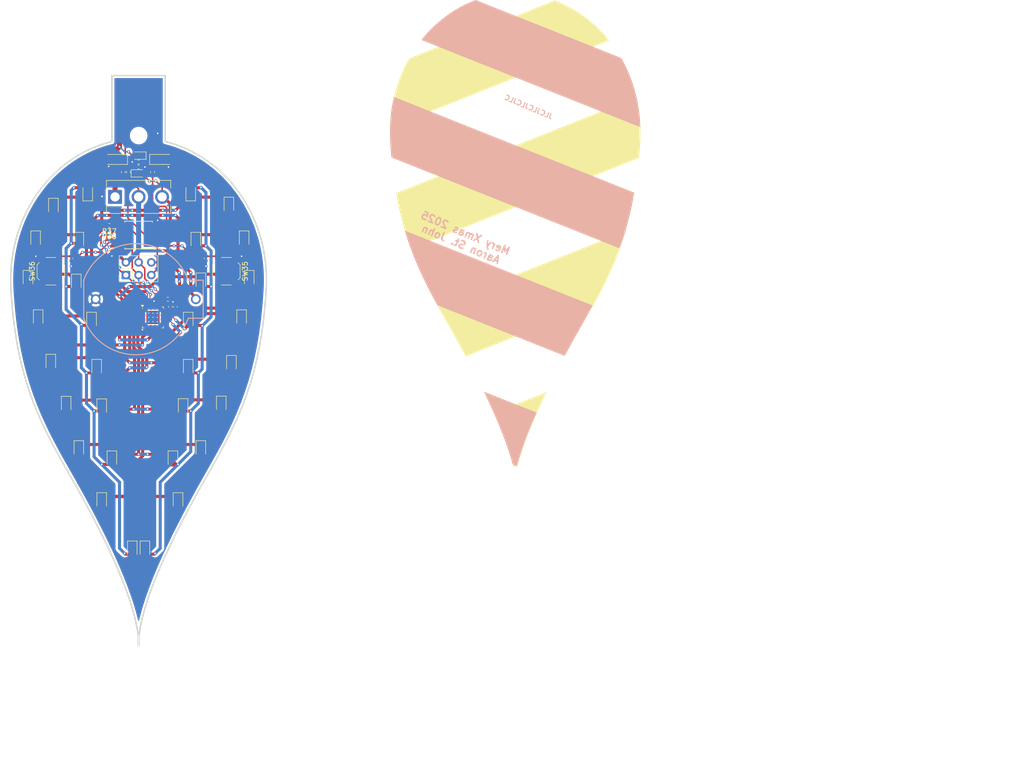
<source format=kicad_pcb>
(kicad_pcb (version 20241229) (generator "pcbnew") (generator_version "9.0")
  (layers (0 "F.Cu" signal) (2 "B.Cu" signal) (13 "F.Paste" user) (15 "B.Paste" user) (5 "F.SilkS" user "F.Silkscreen") (7 "B.SilkS" user "B.Silkscreen") (1 "F.Mask" user) (3 "B.Mask" user) (25 "Edge.Cuts" user))
  (net 0 "")
  (net 1 "Net-(BT1-+)")
  (net 2 "GND")
  (net 3 "VCC")
  (net 4 "Net-(D1-K)")
  (net 5 "Net-(D2-K)")
  (net 6 "VBUS")
  (net 7 "/PB5")
  (net 8 "/PB2")
  (net 9 "/PB1")
  (net 10 "/PB0")
  (net 11 "/PB3")
  (net 12 "/PB4")
  (net 13 "Net-(D35-A)")
  (net 14 "Net-(D35-K)")
  (net 15 "Net-(D36-A)")
  (net 16 "Net-(D37-A)")
  (net 17 "Net-(D38-A)")
  (net 18 "Net-(D39-K)")
  (net 19 "Net-(D43-K)")
  (net 20 "Net-(D47-K)")
  (net 21 "Net-(D51-K)")
  (net 22 "Net-(D55-K)")
  (net 23 "Net-(D59-K)")
  (net 24 "Net-(D63-K)")
  (net 25 "Net-(U7-ISET)")
  (net 38 "Net-(D67-K)")
  (net 39 "Net-(D68-K)")
  (footprint "Library:C_0402_1005Metric" (layer "F.Cu") (at 109.728 79.474 -90)
    (property "Reference" "C35" (hide yes))
    (property "Value" "0.1u")
  )
  (footprint "Library:SW_Push_1P1T_XKB_TS-1187A" (layer "F.Cu") (at 78.74 82.042 90)
    (property "Reference" "SW36")
    (property "Value" "SW_SPST")
  )
  (footprint "Library:R_0402_1005Metric" (layer "F.Cu") (at 99.06 62.23 -90)
    (property "Reference" "R2" (hide yes))
    (property "Value" "68")
  )
  (footprint "Library:LED_0805_2012Metric" (layer "F.Cu") (at 106.68 66.294 90)
    (property "Reference" "D64" (hide yes))
    (property "Value" "LED")
  )
  (footprint "Library:LED_0805_2012Metric" (layer "F.Cu") (at 84.328 117.602 -90)
    (property "Reference" "D42" (hide yes))
    (property "Value" "LED")
  )
  (footprint "Library:LED_0805_2012Metric" (layer "F.Cu") (at 76.2 91.44 -90)
    (property "Reference" "D54" (hide yes))
    (property "Value" "LED")
  )
  (footprint "Library:LED_0805_2012Metric" (layer "F.Cu") (at 118.364 83.566 -90)
    (property "Reference" "D55" (hide yes))
    (property "Value" "LED")
  )
  (footprint "Library:LED_0805_2012Metric" (layer "F.Cu") (at 116.84 91.44 -90)
    (property "Reference" "D51" (hide yes))
    (property "Value" "LED")
  )
  (footprint "Library:LED_0805_2012Metric" (layer "F.Cu") (at 97.536 137.6425 -90)
    (property "Reference" "D36" (hide yes))
    (property "Value" "LED")
  )
  (footprint "Library:R_0402_1005Metric" (layer "F.Cu") (at 93.218 62.23 -90)
    (property "Reference" "R1" (hide yes))
    (property "Value" "68")
  )
  (footprint "Library:C_0402_1005Metric" (layer "F.Cu") (at 103.632 89.154 90)
    (property "Reference" "C7" (hide yes))
    (property "Value" "1uf")
  )
  (footprint "Library:R_0402_1005Metric" (layer "F.Cu") (at 96.266 60.198)
    (property "Reference" "R38" (hide yes))
    (property "Value" "120")
  )
  (footprint "Library:LED_0805_2012Metric" (layer "F.Cu") (at 104.14 127.9905 -90)
    (property "Reference" "D35" (hide yes))
    (property "Value" "LED")
  )
  (footprint "Library:R_0402_1005Metric" (layer "F.Cu") (at 96.266 61.214 180)
    (property "Reference" "R39" (hide yes))
    (property "Value" "330")
  )
  (footprint "Library:R_0402_1005Metric" (layer "F.Cu") (at 94.234 62.23 -90)
    (property "Reference" "R3" (hide yes))
    (property "Value" "1.5k")
  )
  (footprint "Library:LED_0805_2012Metric" (layer "F.Cu") (at 74.168 83.566 -90)
    (property "Reference" "D58" (hide yes))
    (property "Value" "LED")
  )
  (footprint "Library:C_0402_1005Metric" (layer "F.Cu") (at 102.616 89.154 -90)
    (property "Reference" "C6" (hide yes))
    (property "Value" "0.1u")
  )
  (footprint "Library:D_SOD-123" (layer "F.Cu") (at 91.694 59.69 180)
    (property "Reference" "D2" (hide yes))
    (property "Value" "3.6v")
  )
  (footprint "Library:LED_0805_2012Metric" (layer "F.Cu") (at 107.696 75.946 -90)
    (property "Reference" "D60" (hide yes))
    (property "Value" "LED")
  )
  (footprint "Library:QFN-32-1EP_4x4mm_P0.4mm_EP2.65x2.65mm_ThermalVias" (layer "F.Cu") (at 99.143 91.269)
    (property "Reference" "U7" (hide yes))
    (property "Value" "IS31FL3729")
  )
  (footprint "Library:LED_0805_2012Metric" (layer "F.Cu") (at 78.74 100.33 -90)
    (property "Reference" "D50" (hide yes))
    (property "Value" "LED")
  )
  (footprint "Library:LED_0805_2012Metric" (layer "F.Cu") (at 81.788 108.7375 -90)
    (property "Reference" "D46" (hide yes))
    (property "Value" "LED")
  )
  (footprint "Library:LED_0805_2012Metric" (layer "F.Cu") (at 79.248 69.1405 -90)
    (property "Reference" "D66" (hide yes))
    (property "Value" "LED")
  )
  (footprint "Library:R_0402_1005Metric" (layer "F.Cu") (at 90.424 72.898 180)
    (property "Reference" "R37")
    (property "Value" "10k")
  )
  (footprint "Library:LED_0805_2012Metric" (layer "F.Cu") (at 106.172 91.9225 -90)
    (property "Reference" "D52" (hide yes))
    (property "Value" "LED")
  )
  (footprint "Library:LED_0805_2012Metric" (layer "F.Cu") (at 86.106 66.294 90)
    (property "Reference" "D65" (hide yes))
    (property "Value" "LED")
  )
  (footprint "Library:LED_0805_2012Metric" (layer "F.Cu") (at 94.996 137.6425 -90)
    (property "Reference" "D37" (hide yes))
    (property "Value" "LED")
  )
  (footprint "Library:LED_0805_2012Metric" (layer "F.Cu") (at 106.172 101.346 -90)
    (property "Reference" "D48" (hide yes))
    (property "Value" "LED")
  )
  (footprint "Library:LED_0603_1608Metric" (layer "F.Cu") (at 96.266 62.484)
    (property "Reference" "D68" (hide yes))
    (property "Value" "Yellow")
  )
  (footprint "Library:LED_0603_1608Metric" (layer "F.Cu") (at 96.266 58.928 180)
    (property "Reference" "D67" (hide yes))
    (property "Value" "RED")
  )
  (footprint "Library:LED_0805_2012Metric" (layer "F.Cu") (at 114.3 68.9125 -90)
    (property "Reference" "D63" (hide yes))
    (property "Value" "LED")
  )
  (footprint "Library:C_0402_1005Metric" (layer "F.Cu") (at 90.932 77.47 -90)
    (property "Reference" "C1" (hide yes))
    (property "Value" "0.1u")
  )
  (footprint "Library:R_0402_1005Metric" (layer "F.Cu") (at 102.108 77.472 -90)
    (property "Reference" "R45" (hide yes))
    (property "Value" "10k")
  )
  (footprint "Library:LED_0805_2012Metric" (layer "F.Cu") (at 108.712 84.074 -90)
    (property "Reference" "D56" (hide yes))
    (property "Value" "LED")
  )
  (footprint "Library:PinHeader_2x03_P2.54mm_Vertical" (layer "F.Cu") (at 93.726 82.804 90)
    (property "Reference" "J2" (hide yes))
    (property "Value" "AVR-ISP-6")
  )
  (footprint "Library:CONN-USB-A-PCB-TRACES" (layer "F.Cu") (at 96.266 42.856 180)
    (property "Reference" "J1" (hide yes))
    (property "Value" "USB_B" (hide yes))
  )
  (footprint "Library:LED_0805_2012Metric" (layer "F.Cu") (at 86.868 91.9225 -90)
    (property "Reference" "D53" (hide yes))
    (property "Value" "LED")
  )
  (footprint "Library:LED_0805_2012Metric" (layer "F.Cu") (at 88.9 109.2455 -90)
    (property "Reference" "D45" (hide yes))
    (property "Value" "LED")
  )
  (footprint "Library:R_0402_1005Metric" (layer "F.Cu") (at 90.424 73.914 180)
    (property "Reference" "R36")
    (property "Value" "10k")
  )
  (footprint "Library:LED_0805_2012Metric" (layer "F.Cu") (at 117.348 75.6665 -90)
    (property "Reference" "D59" (hide yes))
    (property "Value" "LED")
  )
  (footprint "Library:SOIC-8W_5.3x5.3mm_P1.27mm" (layer "F.Cu") (at 96.266 74.803 180)
    (property "Reference" "U1" (hide yes))
    (property "Value" "ATtiny85-20S")
  )
  (footprint "Library:LED_0805_2012Metric" (layer "F.Cu") (at 114.808 100.5585 -90)
    (property "Reference" "D47" (hide yes))
    (property "Value" "LED")
  )
  (footprint "Library:LED_0805_2012Metric" (layer "F.Cu") (at 90.932 119.634 -90)
    (property "Reference" "D41" (hide yes))
    (property "Value" "LED")
  )
  (footprint "Library:R_0402_1005Metric" (layer "F.Cu") (at 102.108 87.63 180)
    (property "Reference" "R40" (hide yes))
    (property "Value" "22k")
  )
  (footprint "Library:C_0402_1005Metric" (layer "F.Cu") (at 82.804 79.502 -90)
    (property "Reference" "C36" (hide yes))
    (property "Value" "0.1u")
  )
  (footprint "Library:R_0402_1005Metric" (layer "F.Cu") (at 90.424 75.692 180)
    (property "Reference" "R35" (hide yes))
    (property "Value" "10k")
  )
  (footprint "Library:D_SOD-123" (layer "F.Cu") (at 100.838 59.69)
    (property "Reference" "D1" (hide yes))
    (property "Value" "3.6v")
  )
  (footprint "Library:LED_0805_2012Metric" (layer "F.Cu") (at 112.776 108.6865 -90)
    (property "Reference" "D43" (hide yes))
    (property "Value" "LED")
  )
  (footprint "Library:LED_0805_2012Metric" (layer "F.Cu") (at 75.692 75.6665 -90)
    (property "Reference" "D62" (hide yes))
    (property "Value" "LED")
  )
  (footprint "Library:LED_0805_2012Metric" (layer "F.Cu") (at 87.884 101.346 -90)
    (property "Reference" "D49" (hide yes))
    (property "Value" "LED")
  )
  (footprint "Library:LED_0805_2012Metric" (layer "F.Cu") (at 88.9 127.9905 -90)
    (property "Reference" "D38" (hide yes))
    (property "Value" "LED")
  )
  (footprint "Library:MountingHole_3mm" (layer "F.Cu") (at 96.284101 54.926249)
    (property "Reference" "H1" (hide yes))
    (property "Value" "MountingHole")
  )
  (footprint "Library:LED_0805_2012Metric" (layer "F.Cu") (at 83.82 84.3025 -90)
    (property "Reference" "D57" (hide yes))
    (property "Value" "LED")
  )
  (footprint "Library:LED_0805_2012Metric" (layer "F.Cu") (at 84.328 75.946 -90)
    (property "Reference" "D61" (hide yes))
    (property "Value" "LED")
  )
  (footprint "Library:SW_Push_1P1T_XKB_TS-1187A" (layer "F.Cu") (at 113.792 82.042 -90)
    (property "Reference" "SW35")
    (property "Value" "SW_SPST")
  )
  (footprint "Library:LED_0805_2012Metric" (layer "F.Cu") (at 108.712 117.602 -90)
    (property "Reference" "D39" (hide yes))
    (property "Value" "LED")
  )
  (footprint "Library:SW_500SSP1S2M2QEA" (layer "F.Cu") (at 96.266 67.183)
    (property "Reference" "SW1" (hide yes))
    (property "Value" "SW_SPDT")
  )
  (footprint "Library:LED_0805_2012Metric" (layer "F.Cu") (at 103.124 119.634 -90)
    (property "Reference" "D40" (hide yes))
    (property "Value" "LED")
  )
  (footprint "Library:LED_0805_2012Metric" (layer "F.Cu") (at 105.156 109.1945 -90)
    (property "Reference" "D44" (hide yes))
    (property "Value" "LED")
  )
  (footprint "Library:BATTCOM_20MM_PTH" (layer "B.Cu") (at 95.846 87.63)
    (property "Reference" "BT1" (hide yes))
    (property "Value" "Battery_Cell")
  )
  (gr_poly (pts (xy 195.896348 48.024538) (xy 196.044707 48.772111) (xy 196.171067 49.522699) (xy 196.276352 50.275937) (xy 196.361488 51.031465) (xy 196.427401 51.78892) (xy 196.475016 52.547939) (xy 196.505259 53.30816) (xy 196.517331 54.830759) (xy 196.471021 56.353817) (xy 196.373734 57.874436) (xy 196.232875 59.389716) (xy 150.646937 77.557684) (xy 150.16633 76.19309) (xy 149.719461 74.821051) (xy 149.305733 73.441224) (xy 148.924551 72.053262) (xy 148.575317 70.65682) (xy 148.257435 69.251552) (xy 147.97031 67.837111) (xy 147.713343 66.413153) (xy 195.725062 47.280341)) (stroke (width -0.000001)) (fill yes) (layer "F.SilkS"))
  (gr_poly (pts (xy 155.994597 88.985425) (xy 155.994593 88.985427) (xy 155.994593 88.985419)) (stroke (width -0.000001)) (fill yes) (layer "F.SilkS"))
  (gr_poly (pts (xy 192.948636 75.961482) (xy 192.267002 77.88496) (xy 191.522456 79.783472) (xy 190.721356 81.657295) (xy 189.87006 83.506703) (xy 188.974926 85.331973) (xy 188.042313 87.13338) (xy 187.078578 88.9112) (xy 161.613726 99.061591) (xy 160.238065 96.52633) (xy 158.830315 94.009094) (xy 155.994597 88.985425) (xy 193.561 74.012763)) (stroke (width -0.000001)) (fill yes) (layer "F.SilkS"))
  (gr_poly (pts (xy 176.965906 107.868034) (xy 176.183028 109.565602) (xy 175.424773 111.27468) (xy 174.696519 112.996507) (xy 174.003641 114.73232) (xy 173.351518 116.483356) (xy 172.745527 118.250853) (xy 172.191043 120.036048) (xy 172.186609 120.094872) (xy 172.18023 120.151936) (xy 172.171922 120.207255) (xy 172.161702 120.260846) (xy 172.149588 120.312724) (xy 172.135595 120.362907) (xy 172.119742 120.411411) (xy 172.102045 120.458251) (xy 172.082521 120.503445) (xy 172.061187 120.547008) (xy 172.038061 120.588958) (xy 172.013159 120.62931) (xy 171.986498 120.66808) (xy 171.958096 120.705286) (xy 171.927969 120.740944) (xy 171.896134 120.775069) (xy 171.862609 120.807678) (xy 171.82741 120.838788) (xy 171.790554 120.868415) (xy 171.752059 120.896575) (xy 171.711941 120.923285) (xy 171.670218 120.94856) (xy 171.582022 120.994875) (xy 171.487609 121.03565) (xy 171.387114 121.071016) (xy 171.280672 121.101103) (xy 171.168422 121.126044) (xy 170.779272 119.747401) (xy 170.354209 118.379996) (xy 169.896262 117.023333) (xy 169.408457 115.676918) (xy 168.893822 114.340256) (xy 168.355383 113.012854) (xy 167.796167 111.694216) (xy 167.219206 110.383855) (xy 177.768031 106.180739)) (stroke (width -0.000001)) (fill yes) (layer "F.SilkS"))
  (gr_poly (pts (xy 167.219206 110.383855) (xy 167.219203 110.383856) (xy 167.219203 110.383849)) (stroke (width -0.000001)) (fill yes) (layer "F.SilkS"))
  (gr_poly (pts (xy 180.197517 28.221662) (xy 180.979653 28.562692) (xy 181.748602 28.931541) (xy 182.503756 29.327412) (xy 183.244506 29.749508) (xy 183.970244 30.197033) (xy 184.680361 30.66919) (xy 185.374248 31.165183) (xy 186.051297 31.684213) (xy 186.710899 32.225486) (xy 187.352444 32.788203) (xy 187.975325 33.371568) (xy 188.578933 33.974784) (xy 189.162659 34.597056) (xy 189.725895 35.237585) (xy 190.268031 35.895575) (xy 146.519984 53.331122) (xy 146.557848 52.426975) (xy 146.622156 51.524035) (xy 146.712937 50.623181) (xy 146.83022 49.725296) (xy 146.974031 48.83126) (xy 147.144399 47.941956) (xy 147.341353 47.058264) (xy 147.56492 46.181065) (xy 147.815129 45.311241) (xy 148.092007 44.449674) (xy 148.395582 43.597243) (xy 148.725883 42.754832) (xy 149.082938 41.92332) (xy 149.466775 41.103589) (xy 149.877421 40.296521) (xy 150.314906 39.502997) (xy 179.402804 27.909247)) (stroke (width -0.000001)) (fill yes) (layer "F.SilkS"))
  (gr_poly (pts (xy 162.8012 28.136237) (xy 162.019064 28.477267) (xy 161.250115 28.846116) (xy 160.494961 29.241987) (xy 159.754211 29.664083) (xy 159.028473 30.111608) (xy 158.318356 30.583765) (xy 157.624469 31.079758) (xy 156.94742 31.598788) (xy 156.287818 32.140061) (xy 155.646273 32.702778) (xy 155.023392 33.286143) (xy 154.419784 33.889359) (xy 153.836058 34.511631) (xy 153.272822 35.15216) (xy 152.730686 35.81015) (xy 196.478733 53.245697) (xy 196.440869 52.34155) (xy 196.376561 51.43861) (xy 196.28578 50.537756) (xy 196.168497 49.639871) (xy 196.024686 48.745835) (xy 195.854318 47.856531) (xy 195.657364 46.972839) (xy 195.433797 46.09564) (xy 195.183588 45.225816) (xy 194.90671 44.364249) (xy 194.603135 43.511818) (xy 194.272834 42.669407) (xy 193.915779 41.837895) (xy 193.531942 41.018164) (xy 193.121296 40.211096) (xy 192.683811 39.417572) (xy 163.595913 27.823822)) (stroke (width -0.000001)) (fill yes) (layer "B.SilkS"))
  (gr_poly (pts (xy 147.102369 47.939113) (xy 146.95401 48.686686) (xy 146.82765 49.437274) (xy 146.722365 50.190512) (xy 146.637229 50.94604) (xy 146.571316 51.703495) (xy 146.523701 52.462514) (xy 146.493458 53.222735) (xy 146.481386 54.745334) (xy 146.527696 56.268392) (xy 146.624983 57.789011) (xy 146.765842 59.304291) (xy 192.35178 77.472259) (xy 192.832387 76.107665) (xy 193.279256 74.735626) (xy 193.692984 73.355799) (xy 194.074166 71.967837) (xy 194.4234 70.571395) (xy 194.741282 69.166127) (xy 195.028407 67.751686) (xy 195.285374 66.327728) (xy 147.273655 47.194916)) (stroke (width -0.000001)) (fill yes) (layer "B.SilkS"))
  (gr_poly (pts (xy 187.00412 88.9) (xy 187.004124 88.900002) (xy 187.004124 88.899994)) (stroke (width -0.000001)) (fill yes) (layer "B.SilkS"))
  (gr_poly (pts (xy 175.779511 110.29843) (xy 175.779514 110.298431) (xy 175.779514 110.298424)) (stroke (width -0.000001)) (fill yes) (layer "B.SilkS"))
  (gr_poly (pts (xy 150.050081 75.876057) (xy 150.731715 77.799535) (xy 151.476261 79.698047) (xy 152.277361 81.57187) (xy 153.128657 83.421278) (xy 154.023791 85.246548) (xy 154.956404 87.047955) (xy 155.920139 88.825775) (xy 181.384991 98.976166) (xy 182.760652 96.440905) (xy 184.168402 93.923669) (xy 187.00412 88.9) (xy 149.437717 73.927338)) (stroke (width -0.000001)) (fill yes) (layer "B.SilkS"))
  (gr_poly (pts (xy 166.032811 107.782609) (xy 166.815689 109.480177) (xy 167.573944 111.189255) (xy 168.302198 112.911082) (xy 168.995076 114.646895) (xy 169.647199 116.397931) (xy 170.25319 118.165428) (xy 170.807674 119.950623) (xy 170.812108 120.009447) (xy 170.818487 120.066511) (xy 170.826795 120.12183) (xy 170.837015 120.175421) (xy 170.849129 120.227299) (xy 170.863122 120.277482) (xy 170.878975 120.325986) (xy 170.896672 120.372826) (xy 170.916196 120.41802) (xy 170.93753 120.461583) (xy 170.960656 120.503533) (xy 170.985558 120.543885) (xy 171.012219 120.582655) (xy 171.040621 120.619861) (xy 171.070748 120.655519) (xy 171.102583 120.689644) (xy 171.136108 120.722253) (xy 171.171307 120.753363) (xy 171.208163 120.78299) (xy 171.246658 120.81115) (xy 171.286776 120.83786) (xy 171.328499 120.863135) (xy 171.416695 120.90945) (xy 171.511108 120.950225) (xy 171.611603 120.985591) (xy 171.718045 121.015678) (xy 171.830295 121.040619) (xy 172.219445 119.661976) (xy 172.644508 118.294571) (xy 173.102455 116.937908) (xy 173.59026 115.591493) (xy 174.104895 114.254831) (xy 174.643334 112.927429) (xy 175.20255 111.608791) (xy 175.779511 110.29843) (xy 165.230686 106.095314)) (stroke (width -0.000001)) (fill yes) (layer "B.SilkS"))
  (gr_poly (pts (xy 101.58664 56.122095) (xy 102.683666 56.413527) (xy 103.764475 56.756982) (xy 105.871875 57.595514) (xy 107.897712 58.628795) (xy 109.830855 59.847929) (xy 111.660173 61.244019) (xy 113.374539 62.80817) (xy 114.962821 64.531483) (xy 116.413889 66.405065) (xy 117.716615 68.420017) (xy 118.859867 70.567445) (xy 119.832517 72.838451) (xy 120.623434 75.224139) (xy 120.947264 76.457209) (xy 121.221488 77.715613) (xy 121.444714 78.99824) (xy 121.61555 80.303977) (xy 121.732606 81.631712) (xy 121.79449 82.980334) (xy 121.799811 84.34873) (xy 121.747178 85.735788) (xy 121.520684 88.846239) (xy 121.219606 91.774863) (xy 120.846006 94.536886) (xy 120.401948 97.147534) (xy 119.889496 99.622032) (xy 119.310714 101.975605) (xy 118.667666 104.223479) (xy 117.962414 106.380878) (xy 117.197024 108.463029) (xy 116.373558 110.485157) (xy 115.494081 112.462487) (xy 114.560656 114.410244) (xy 113.575346 116.343654) (xy 112.540217 118.277942) (xy 110.328751 122.210054) (xy 108.128318 126.106407) (xy 105.870847 130.273299) (xy 103.649054 134.604508) (xy 101.555655 138.993812) (xy 100.586077 141.177056) (xy 99.683365 143.334989) (xy 98.859109 145.454335) (xy 98.1249 147.521816) (xy 97.492325 149.524154) (xy 96.972975 151.448071) (xy 96.578438 153.28029) (xy 96.320305 155.007532) (xy 96.320305 156.928339) (xy 96.318794 156.791036) (xy 96.31458 156.651529) (xy 96.308142 156.510204) (xy 96.299957 156.36745) (xy 96.259324 155.789911) (xy 96.218688 156.36745) (xy 96.210504 156.510204) (xy 96.204066 156.651529) (xy 96.199852 156.791036) (xy 96.198342 156.928339) (xy 96.198342 155.007532) (xy 96.151309 154.608254) (xy 96.097676 154.203705) (xy 96.03598 153.792824) (xy 95.96476 153.374552) (xy 95.873386 152.893269) (xy 95.772318 152.404617) (xy 95.661795 151.908844) (xy 95.542054 151.406198) (xy 95.345655 150.639896) (xy 95.129782 149.859594) (xy 94.895187 149.066167) (xy 94.642624 148.260486) (xy 94.372847 147.443425) (xy 94.086608 146.615857) (xy 93.784661 145.778653) (xy 93.467759 144.932687) (xy 92.792169 143.217963) (xy 92.065972 141.478636) (xy 91.295257 139.721671) (xy 90.486113 137.954031) (xy 89.644628 136.182678) (xy 88.776893 134.414576) (xy 87.888994 132.656689) (xy 86.987023 130.915979) (xy 85.772999 128.63379) (xy 84.559174 126.411045) (xy 83.359992 124.264285) (xy 82.189896 122.210054) (xy 81.061433 120.22836) (xy 80.514229 119.250216) (xy 79.978661 118.277994) (xy 79.19765 116.826566) (xy 78.444283 115.377734) (xy 77.71952 113.925115) (xy 77.368166 113.195391) (xy 77.024323 112.462328) (xy 76.799386 111.971391) (xy 76.57794 111.478403) (xy 76.359931 110.983092) (xy 76.145302 110.485185) (xy 75.623936 109.227584) (xy 75.124943 107.94878) (xy 74.648833 106.645051) (xy 74.19611 105.312677) (xy 73.767283 103.947935) (xy 73.362858 102.547102) (xy 72.983342 101.106457) (xy 72.629242 99.622278) (xy 72.429188 98.709314) (xy 72.238566 97.778513) (xy 72.057488 96.829081) (xy 71.886062 95.860225) (xy 71.7244 94.871151) (xy 71.57261 93.861068) (xy 71.430803 92.829181) (xy 71.299088 91.774698) (xy 71.139348 90.33219) (xy 70.997988 88.846158) (xy 70.875273 87.314668) (xy 70.771469 85.735788) (xy 70.737788 85.040007) (xy 70.718724 84.348765) (xy 70.714148 83.662188) (xy 70.723931 82.980402) (xy 70.747893 82.303546) (xy 70.785829 81.631769) (xy 70.837562 80.965209) (xy 70.902915 80.304008) (xy 70.981714 79.648307) (xy 71.073782 78.998246) (xy 71.178943 78.353966) (xy 71.29702 77.715608) (xy 71.42785 77.083306) (xy 71.571261 76.457195) (xy 71.727077 75.837413) (xy 71.895123 75.224103) (xy 72.075222 74.617405) (xy 72.267199 74.017459) (xy 72.470877 73.424405) (xy 72.686081 72.838384) (xy 72.912653 72.25954) (xy 73.150426 71.688007) (xy 73.399221 71.123925) (xy 73.658858 70.567429) (xy 73.929157 70.018656) (xy 74.209939 69.477744) (xy 74.501023 68.94483) (xy 74.802231 68.420049) (xy 74.956583 68.160758) (xy 75.113406 67.903559) (xy 75.272679 67.64847) (xy 75.434379 67.395504) (xy 75.598483 67.144677) (xy 75.764969 66.896005) (xy 75.933815 66.649504) (xy 76.104996 66.405187) (xy 76.278497 66.163067) (xy 76.454294 65.923159) (xy 76.632365 65.685485) (xy 76.812688 65.450066) (xy 76.995242 65.216927) (xy 77.180005 64.986088) (xy 77.366955 64.757571) (xy 77.556069 64.5314) (xy 77.940709 64.086152) (xy 78.333752 63.650456) (xy 78.735023 63.224445) (xy 79.144348 62.80825) (xy 79.561553 62.402002) (xy 79.986465 62.005834) (xy 80.418909 61.619876) (xy 80.858712 61.244261) (xy 81.305681 60.879131) (xy 81.759632 60.524634) (xy 82.2204 60.180914) (xy 82.687821 59.848111) (xy 83.161731 59.526369) (xy 83.641965 59.215828) (xy 84.12836 58.916631) (xy 84.620751 58.628919) (xy 84.869159 58.489401) (xy 85.119021 58.352788) (xy 85.370306 58.219101) (xy 85.622983 58.088366) (xy 85.877021 57.960604) (xy 86.132389 57.835838) (xy 86.389055 57.714092) (xy 86.646988 57.595388) (xy 86.90618 57.479754) (xy 87.166621 57.367203) (xy 87.428291 57.257747) (xy 87.69117 57.151393) (xy 87.955236 57.048151) (xy 88.220469 56.948032) (xy 88.486847 56.851044) (xy 88.754349 56.757196) (xy 89.02295 56.666507) (xy 89.292615 56.579002) (xy 89.563327 56.494704) (xy 89.835069 56.413635) (xy 90.107824 56.335817) (xy 90.381576 56.261272) (xy 90.656306 56.190024) (xy 90.932 56.122095) (xy 90.932 42.926) (xy 101.58664 42.926)) (stroke (width 0.301012)) (fill no) (layer "Edge.Cuts"))
  (gr_text "reset" (at 185.928 48.26 0) (layer "F.SilkS") (effects (font (size 1.5 1.5) (thickness 0.3) (bold yes)) (justify left bottom)))
  (gr_text "next" (at 151.384 58.42 0) (layer "F.SilkS") (effects (font (size 1.5 1.5) (thickness 0.3) (bold yes)) (justify left bottom)))
  (gr_text "Mery Xmas 2025\nAaron St. John" (at 160.274 77.47 337) (layer "B.SilkS") (effects (font (size 1.5 1.5) (thickness 0.3) (bold yes)) (justify bottom mirror)))
  (gr_text "JLCJLCJLCJLC" (at 178.816 51.816 337) (layer "B.SilkS") (effects (font (size 1 1) (thickness 0.2) (bold yes)) (justify left bottom mirror)))
  (segment (start 106.68 86.314) (end 107.996 87.63) (width 0.6096) (layer "F.Cu") (net 1))
  (segment (start 97.0535 62.6539) (end 97.0535 62.484) (width 0.3048) (layer "F.Cu") (net 1))
  (segment (start 106.68 84.074) (end 106.68 86.314) (width 0.6096) (layer "F.Cu") (net 1))
  (segment (start 104.14 73.534948) (end 102.592937 71.987885) (width 0.6096) (layer "F.Cu") (net 1))
  (segment (start 106.68 82.296) (end 104.14 79.756) (width 0.6096) (layer "F.Cu") (net 1))
  (segment (start 102.592937 68.556937) (end 101.219 67.183) (width 0.6096) (layer "F.Cu") (net 1))
  (segment (start 99.7124 64.008) (end 100.966 65.2616) (width 0.3048) (layer "F.Cu") (net 1))
  (segment (start 101.219 67.183) (end 100.966 67.183) (width 0.6096) (layer "F.Cu") (net 1))
  (segment (start 102.592937 71.987885) (end 102.592937 68.556937) (width 0.6096) (layer "F.Cu") (net 1))
  (segment (start 98.4076 64.008) (end 97.0535 62.6539) (width 0.3048) (layer "F.Cu") (net 1))
  (segment (start 104.14 79.756) (end 104.14 73.534948) (width 0.6096) (layer "F.Cu") (net 1))
  (segment (start 100.966 65.2616) (end 100.966 67.183) (width 0.3048) (layer "F.Cu") (net 1))
  (via (at 98.4076 64.008) (size 0.6) (drill 0.3) (layers "F.Cu" "B.Cu") (net 1))
  (via (at 106.68 84.074) (size 0.6) (drill 0.3) (layers "F.Cu" "B.Cu") (net 1))
  (via (at 99.7124 64.008) (size 0.6) (drill 0.3) (layers "F.Cu" "B.Cu") (net 1))
  (via (at 106.68 82.296) (size 0.6) (drill 0.3) (layers "F.Cu" "B.Cu") (net 1))
  (segment (start 99.7124 64.008) (end 98.4076 64.008) (width 0.3048) (layer "B.Cu") (net 1))
  (segment (start 100.966 65.914) (end 100.966 67.183) (width 0.3048) (layer "B.Cu") (net 1))
  (segment (start 106.68 84.074) (end 106.68 82.296) (width 0.6096) (layer "B.Cu") (net 1))
  (segment (start 99.916 72.898) (end 99.916 72.042) (width 0.6096) (layer "F.Cu") (net 2))
  (segment (start 95.756 60.198) (end 94.996 60.198) (width 0.3048) (layer "F.Cu") (net 2))
  (segment (start 75.74 79.042) (end 76.2 79.042) (width 0.6096) (layer "F.Cu") (net 2))
  (segment (start 90.044 59.69) (end 90.298 59.944) (width 0.6096) (layer "F.Cu") (net 2))
  (segment (start 102.234 61.214) (end 102.234 59.944) (width 0.6096) (layer "F.Cu") (net 2))
  (segment (start 101.58936 89.869) (end 101.093 89.869) (width 0.2) (layer "F.Cu") (net 2))
  (segment (start 97.028 93.726) (end 97.4702 93.2838) (width 0.6096) (layer "F.Cu") (net 2))
  (segment (start 82.804 79.982) (end 82.804 81.026) (width 0.3048) (layer "F.Cu") (net 2))
  (segment (start 90.298 59.944) (end 90.298 61.088) (width 0.6096) (layer "F.Cu") (net 2))
  (segment (start 76.865 79.042) (end 75.74 79.042) (width 0.6096) (layer "F.Cu") (net 2))
  (segment (start 90.932 77.95) (end 90.932 78.994) (width 0.6096) (layer "F.Cu") (net 2))
  (segment (start 101.58936 89.662) (end 101.58936 89.869) (width 0.2) (layer "F.Cu") (net 2))
  (segment (start 102.234 59.944) (end 102.488 59.69) (width 0.6096) (layer "F.Cu") (net 2))
  (segment (start 96.776 61.214) (end 97.536 61.214) (width 0.3048) (layer "F.Cu") (net 2))
  (segment (start 99.343 88.017301) (end 99.343 89.319) (width 0.1778) (layer "F.Cu") (net 2))
  (segment (start 116.84 79.042) (end 115.667 79.042) (width 0.6096) (layer "F.Cu") (net 2))
  (segment (start 102.618 87.66) (end 102.618 87.63) (width 0.6096) (layer "F.Cu") (net 2))
  (segment (start 101.58936 89.662) (end 101.58936 89.434874) (width 0.6096) (layer "F.Cu") (net 2))
  (segment (start 103.124 88.166) (end 102.618 87.66) (width 0.6096) (layer "F.Cu") (net 2))
  (segment (start 103.124 88.166) (end 103.632 88.674) (width 0.6096) (layer "F.Cu") (net 2))
  (segment (start 102.199834 88.8244) (end 102.4656 88.8244) (width 0.6096) (layer "F.Cu") (net 2))
  (segment (start 101.58936 89.434874) (end 102.199834 88.8244) (width 0.6096) (layer "F.Cu") (net 2))
  (segment (start 102.4656 88.8244) (end 103.124 88.166) (width 0.6096) (layer "F.Cu") (net 2))
  (segment (start 100.076 47.756) (end 100.076 54.483) (width 1.016) (layer "F.Cu") (net 2))
  (segment (start 99.916 72.042) (end 100.076 71.882) (width 0.6096) (layer "F.Cu") (net 2))
  (segment (start 97.4702 93.2838) (end 97.535 93.2838) (width 0.6096) (layer "F.Cu") (net 2))
  (segment (start 109.728 79.954) (end 109.728 81.026) (width 0.3048) (layer "F.Cu") (net 2))
  (via (at 109.728 81.026) (size 0.6) (drill 0.3) (layers "F.Cu" "B.Cu") (net 2))
  (via (at 82.804 81.026) (size 0.6) (drill 0.3) (layers "F.Cu" "B.Cu") (net 2))
  (via (at 102.234 61.214) (size 0.6) (drill 0.3) (layers "F.Cu" "B.Cu") (net 2))
  (via (at 97.028 93.726) (size 0.6) (drill 0.3) (layers "F.Cu" "B.Cu") (net 2))
  (via (at 90.298 61.088) (size 0.6) (drill 0.3) (layers "F.Cu" "B.Cu") (net 2))
  (via (at 103.124 88.166) (size 0.6) (drill 0.3) (layers "F.Cu" "B.Cu") (net 2))
  (via (at 97.536 61.214) (size 0.6) (drill 0.3) (layers "F.Cu" "B.Cu") (net 2))
  (via (at 100.076 71.882) (size 0.6) (drill 0.3) (layers "F.Cu" "B.Cu") (net 2))
  (via (at 94.996 60.198) (size 0.6) (drill 0.3) (layers "F.Cu" "B.Cu") (net 2))
  (via (at 100.076 54.483) (size 0.6) (drill 0.3) (layers "F.Cu" "B.Cu") (net 2))
  (via (at 90.932 78.994) (size 0.6) (drill 0.3) (layers "F.Cu" "B.Cu") (net 2))
  (via (at 116.84 79.042) (size 0.6) (drill 0.3) (layers "F.Cu" "B.Cu") (net 2))
  (via (at 99.343 88.017301) (size 0.6) (drill 0.3) (layers "F.Cu" "B.Cu") (net 2))
  (via (at 75.74 79.042) (size 0.6) (drill 0.3) (layers "F.Cu" "B.Cu") (net 2))
  (segment (start 104.394 82.296) (end 102.108 80.01) (width 0.6096) (layer "F.Cu") (net 3))
  (segment (start 92.616 76.708) (end 92.616 79.154) (width 0.6096) (layer "F.Cu") (net 3))
  (segment (start 89.408 76.2) (end 89.914 75.694) (width 0.2) (layer "F.Cu") (net 3))
  (segment (start 91.214 76.708) (end 90.932 76.99) (width 0.6096) (layer "F.Cu") (net 3))
  (segment (start 90.906 76.964) (end 90.932 76.99) (width 0.6096) (layer "F.Cu") (net 3))
  (segment (start 102.108 77.982) (end 101.096 77.982) (width 0.6096) (layer "F.Cu") (net 3))
  (segment (start 96.266 65.5955) (end 96.266 67.183) (width 0.3048) (layer "F.Cu") (net 3))
  (segment (start 89.914 75.694) (end 89.914 75.692) (width 0.2) (layer "F.Cu") (net 3))
  (segment (start 102.616 89.634) (end 101.981 90.269) (width 0.1778) (layer "F.Cu") (net 3))
  (segment (start 90.706 77.216) (end 90.932 76.99) (width 0.2) (layer "F.Cu") (net 3))
  (segment (start 89.914 73.914) (end 89.914 75.692) (width 0.2) (layer "F.Cu") (net 3))
  (segment (start 104.4468 89.1142) (end 104.4468 84.1268) (width 0.6096) (layer "F.Cu") (net 3))
  (segment (start 92.616 79.154) (end 93.726 80.264) (width 0.6096) (layer "F.Cu") (net 3))
  (segment (start 101.981 90.269) (end 101.093 90.269) (width 0.1778) (layer "F.Cu") (net 3))
  (segment (start 104.4468 84.1268) (end 104.394 84.074) (width 0.6096) (layer "F.Cu") (net 3))
  (segment (start 90.424 77.216) (end 90.706 77.216) (width 0.2) (layer "F.Cu") (net 3))
  (segment (start 102.108 80.01) (end 102.108 77.982) (width 0.6096) (layer "F.Cu") (net 3))
  (segment (start 102.616 89.634) (end 103.927 89.634) (width 0.6096) (layer "F.Cu") (net 3))
  (segment (start 103.927 89.634) (end 104.4468 89.1142) (width 0.6096) (layer "F.Cu") (net 3))
  (segment (start 89.914 72.898) (end 89.914 73.914) (width 0.2) (layer "F.Cu") (net 3))
  (segment (start 92.616 76.708) (end 91.214 76.708) (width 0.6096) (layer "F.Cu") (net 3))
  (segment (start 94.234 63.5635) (end 96.266 65.5955) (width 0.3048) (layer "F.Cu") (net 3))
  (segment (start 94.234 62.74) (end 94.234 63.5635) (width 0.3048) (layer "F.Cu") (net 3))
  (segment (start 101.096 77.982) (end 101.092 77.978) (width 0.6096) (layer "F.Cu") (net 3))
  (via (at 101.092 77.978) (size 0.6) (drill 0.3) (layers "F.Cu" "B.Cu") (net 3))
  (via (at 104.394 84.074) (size 0.6) (drill 0.3) (layers "F.Cu" "B.Cu") (net 3))
  (via (at 89.408 76.2) (size 0.6) (drill 0.3) (layers "F.Cu" "B.Cu") (net 3))
  (via (at 104.394 82.296) (size 0.6) (drill 0.3) (layers "F.Cu" "B.Cu") (net 3))
  (via (at 90.424 77.216) (size 0.6) (drill 0.3) (layers "F.Cu" "B.Cu") (net 3))
  (segment (start 90.424 77.216) (end 89.408 76.2) (width 0.2) (layer "B.Cu") (net 3))
  (segment (start 93.98 80.264) (end 96.266 77.978) (width 1.016) (layer "B.Cu") (net 3))
  (segment (start 96.266 77.978) (end 96.266 67.183) (width 1.016) (layer "B.Cu") (net 3))
  (segment (start 101.092 77.978) (end 96.266 77.978) (width 0.6096) (layer "B.Cu") (net 3))
  (segment (start 104.394 82.296) (end 104.394 84.074) (width 0.6096) (layer "B.Cu") (net 3))
  (segment (start 93.726 80.264) (end 93.98 80.264) (width 1.016) (layer "B.Cu") (net 3))
  (segment (start 98.934 59.436) (end 98.934 56.516) (width 0.3048) (layer "F.Cu") (net 4))
  (segment (start 99.06 59.818) (end 99.188 59.69) (width 0.3048) (layer "F.Cu") (net 4))
  (segment (start 97.566 52.608) (end 97.566 49.30284) (width 0.3048) (layer "F.Cu") (net 4))
  (segment (start 98.934 56.516) (end 98.552 56.134) (width 0.3048) (layer "F.Cu") (net 4))
  (segment (start 98.552 53.594) (end 97.566 52.608) (width 0.3048) (layer "F.Cu") (net 4))
  (segment (start 98.552 56.134) (end 98.552 53.594) (width 0.3048) (layer "F.Cu") (net 4))
  (segment (start 99.06 61.72) (end 99.06 59.818) (width 0.3048) (layer "F.Cu") (net 4))
  (segment (start 99.188 59.69) (end 98.934 59.436) (width 0.3048) (layer "F.Cu") (net 4))
  (segment (start 93.598 56.516) (end 93.98 56.134) (width 0.3048) (layer "F.Cu") (net 5))
  (segment (start 93.218 59.816) (end 93.218 61.72) (width 0.3048) (layer "F.Cu") (net 5))
  (segment (start 93.98 53.7728) (end 94.966 52.7868) (width 0.3048) (layer "F.Cu") (net 5))
  (segment (start 93.344 59.69) (end 93.598 59.436) (width 0.3048) (layer "F.Cu") (net 5))
  (segment (start 93.98 56.134) (end 93.98 53.7728) (width 0.3048) (layer "F.Cu") (net 5))
  (segment (start 93.344 59.69) (end 93.218 59.816) (width 0.3048) (layer "F.Cu") (net 5))
  (segment (start 93.218 61.72) (end 94.234 61.72) (width 0.3048) (layer "F.Cu") (net 5))
  (segment (start 93.598 59.436) (end 93.598 56.516) (width 0.3048) (layer "F.Cu") (net 5))
  (segment (start 94.966 52.7868) (end 94.966 49.30284) (width 0.3048) (layer "F.Cu") (net 5))
  (segment (start 91.566 58.04) (end 91.566 67.183) (width 1.016) (layer "F.Cu") (net 6))
  (segment (start 95.4785 58.928) (end 95.0124 58.928) (width 0.3048) (layer "F.Cu") (net 6))
  (segment (start 95.0124 58.928) (end 94.2504 58.166) (width 0.3048) (layer "F.Cu") (net 6))
  (segment (start 92.456 49.05284) (end 92.456 57.15) (width 1.016) (layer "F.Cu") (net 6))
  (segment (start 92.456 57.15) (end 91.566 58.04) (width 1.016) (layer "F.Cu") (net 6))
  (via (at 94.2504 58.166) (size 0.6) (drill 0.3) (layers "F.Cu" "B.Cu") (net 6))
  (via (at 92.456 57.15) (size 0.6) (drill 0.3) (layers "F.Cu" "B.Cu") (net 6))
  (segment (start 94.2504 58.166) (end 93.472 58.166) (width 0.3048) (layer "B.Cu") (net 6))
  (segment (start 93.472 58.166) (end 92.456 57.15) (width 0.3048) (layer "B.Cu") (net 6))
  (segment (start 104.9448 76.962) (end 106.9768 78.994) (width 0.3048) (layer "F.Cu") (net 7))
  (segment (start 109.776 79.042) (end 109.728 78.994) (width 0.3048) (layer "F.Cu") (net 7))
  (segment (start 100.0084 81.6016) (end 100.0084 76.8004) (width 0.3048) (layer "F.Cu") (net 7))
  (segment (start 111.917 79.042) (end 109.776 79.042) (width 0.3048) (layer "F.Cu") (net 7))
  (segment (start 106.9768 78.994) (end 109.728 78.994) (width 0.3048) (layer "F.Cu") (net 7))
  (segment (start 98.806 82.804) (end 100.0084 81.6016) (width 0.3048) (layer "F.Cu") (net 7))
  (segment (start 102.108 76.962) (end 103.3352 76.962) (width 0.3048) (layer "F.Cu") (net 7))
  (segment (start 99.916 76.708) (end 101.854 76.708) (width 0.3048) (layer "F.Cu") (net 7))
  (segment (start 101.854 76.708) (end 102.108 76.962) (width 0.3048) (layer "F.Cu") (net 7))
  (segment (start 100.0084 76.8004) (end 99.916 76.708) (width 0.3048) (layer "F.Cu") (net 7))
  (via (at 103.3352 76.962) (size 0.6) (drill 0.3) (layers "F.Cu" "B.Cu") (net 7))
  (via (at 104.9448 76.962) (size 0.6) (drill 0.3) (layers "F.Cu" "B.Cu") (net 7))
  (segment (start 103.3352 76.962) (end 104.9448 76.962) (width 0.3048) (layer "B.Cu") (net 7))
  (segment (start 93.472 75.438) (end 92.616 75.438) (width 0.3048) (layer "F.Cu") (net 8))
  (segment (start 80.615 79.042) (end 82.784 79.042) (width 0.3048) (layer "F.Cu") (net 8))
  (segment (start 94.996 81.534) (end 94.996 76.962) (width 0.3048) (layer "F.Cu") (net 8))
  (segment (start 90.92703 75.692) (end 90.934 75.692) (width 0.3048) (layer "F.Cu") (net 8))
  (segment (start 88.392 78.22703) (end 90.92703 75.692) (width 0.3048) (layer "F.Cu") (net 8))
  (segment (start 98.6329 86.686534) (end 98.552 86.767434) (width 0.1778) (layer "F.Cu") (net 8))
  (segment (start 92.616 75.438) (end 91.188 75.438) (width 0.3048) (layer "F.Cu") (net 8))
  (segment (start 85.0472 78.232) (end 84.2572 79.022) (width 0.3048) (layer "F.Cu") (net 8))
  (segment (start 98.552 86.767434) (end 98.552 88.05913) (width 0.1778) (layer "F.Cu") (net 8))
  (segment (start 98.552 88.05913) (end 98.943 88.45013) (width 0.1778) (layer "F.Cu") (net 8))
  (segment (start 87.6728 78.232) (end 87.67777 78.22703) (width 0.3048) (layer "F.Cu") (net 8))
  (segment (start 84.2572 79.022) (end 82.804 79.022) (width 0.3048) (layer "F.Cu") (net 8))
  (segment (start 98.943 88.45013) (end 98.943 89.319) (width 0.1778) (layer "F.Cu") (net 8))
  (segment (start 94.996 76.962) (end 93.472 75.438) (width 0.3048) (layer "F.Cu") (net 8))
  (segment (start 87.67777 78.22703) (end 88.392 78.22703) (width 0.3048) (layer "F.Cu") (net 8))
  (segment (start 91.188 75.438) (end 90.934 75.692) (width 0.3048) (layer "F.Cu") (net 8))
  (segment (start 82.784 79.042) (end 82.804 79.022) (width 0.3048) (layer "F.Cu") (net 8))
  (segment (start 96.266 82.804) (end 94.996 81.534) (width 0.3048) (layer "F.Cu") (net 8))
  (via (at 98.6329 86.686534) (size 0.6) (drill 0.3) (layers "F.Cu" "B.Cu") (net 8))
  (via (at 85.0472 78.232) (size 0.6) (drill 0.3) (layers "F.Cu" "B.Cu") (net 8))
  (via (at 87.6728 78.232) (size 0.6) (drill 0.3) (layers "F.Cu" "B.Cu") (net 8))
  (segment (start 98.6329 86.686534) (end 96.266 84.319634) (width 0.3048) (layer "B.Cu") (net 8))
  (segment (start 96.266 84.319634) (end 96.266 82.804) (width 0.3048) (layer "B.Cu") (net 8))
  (segment (start 87.6728 78.232) (end 85.0472 78.232) (width 0.3048) (layer "B.Cu") (net 8))
  (segment (start 88.842313 76.765687) (end 88.842313 76.556946) (width 0.3048) (layer "F.Cu") (net 9))
  (segment (start 89.858313 77.781687) (end 89.858313 79.190313) (width 0.3048) (layer "F.Cu") (net 9))
  (segment (start 88.7556 76.470233) (end 88.7556 75.0744) (width 0.3048) (layer "F.Cu") (net 9))
  (segment (start 97.211169 84.2852) (end 95.2072 84.2852) (width 0.3048) (layer "F.Cu") (net 9))
  (segment (start 99.9319 87.004651) (end 98.827148 85.899899) (width 0.1778) (layer "F.Cu") (net 9))
  (segment (start 88.842313 76.556946) (end 88.7556 76.470233) (width 0.3048) (layer "F.Cu") (net 9))
  (segment (start 99.743 88.471) (end 99.9319 88.2821) (width 0.1778) (layer "F.Cu") (net 9))
  (segment (start 91.188 74.168) (end 90.934 73.914) (width 0.3048) (layer "F.Cu") (net 9))
  (segment (start 92.616 74.168) (end 91.188 74.168) (width 0.3048) (layer "F.Cu") (net 9))
  (segment (start 95.2072 84.2852) (end 93.726 82.804) (width 0.3048) (layer "F.Cu") (net 9))
  (segment (start 93.472 82.804) (end 93.726 82.804) (width 0.3048) (layer "F.Cu") (net 9))
  (segment (start 89.858313 79.190313) (end 93.472 82.804) (width 0.3048) (layer "F.Cu") (net 9))
  (segment (start 88.7556 75.0744) (end 89.154 74.676) (width 0.3048) (layer "F.Cu") (net 9))
  (segment (start 90.932 73.916) (end 90.932 74.7856) (width 0.3048) (layer "F.Cu") (net 9))
  (segment (start 99.9319 88.2821) (end 99.9319 87.004651) (width 0.1778) (layer "F.Cu") (net 9))
  (segment (start 99.743 89.319) (end 99.743 88.471) (width 0.1778) (layer "F.Cu") (net 9))
  (segment (start 90.934 73.914) (end 90.932 73.916) (width 0.3048) (layer "F.Cu") (net 9))
  (via (at 98.827148 85.899899) (size 0.6) (drill 0.3) (layers "F.Cu" "B.Cu") (net 9))
  (via (at 89.858313 77.781687) (size 0.6) (drill 0.3) (layers "F.Cu" "B.Cu") (net 9))
  (via (at 90.932 74.7856) (size 0.6) (drill 0.3) (layers "F.Cu" "B.Cu") (net 9))
  (via (at 97.211169 84.2852) (size 0.6) (drill 0.3) (layers "F.Cu" "B.Cu") (net 9))
  (via (at 89.154 74.676) (size 0.6) (drill 0.3) (layers "F.Cu" "B.Cu") (net 9))
  (via (at 88.842313 76.765687) (size 0.6) (drill 0.3) (layers "F.Cu" "B.Cu") (net 9))
  (segment (start 97.211169 84.375002) (end 98.736066 85.899899) (width 0.3048) (layer "B.Cu") (net 9))
  (segment (start 98.736066 85.899899) (end 98.827148 85.899899) (width 0.3048) (layer "B.Cu") (net 9))
  (segment (start 97.211169 84.2852) (end 98.825868 85.899899) (width 0.1778) (layer "B.Cu") (net 9))
  (segment (start 98.825868 85.899899) (end 98.827148 85.899899) (width 0.1778) (layer "B.Cu") (net 9))
  (segment (start 97.211169 84.2852) (end 97.211169 84.375002) (width 0.3048) (layer "B.Cu") (net 9))
  (segment (start 90.932 74.7856) (end 89.2636 74.7856) (width 0.3048) (layer "B.Cu") (net 9))
  (segment (start 89.2636 74.7856) (end 89.154 74.676) (width 0.3048) (layer "B.Cu") (net 9))
  (segment (start 88.842313 76.765687) (end 89.858313 77.781687) (width 0.3048) (layer "B.Cu") (net 9))
  (segment (start 96.266 75.184) (end 93.98 72.898) (width 0.3048) (layer "F.Cu") (net 10))
  (segment (start 98.035105 84.065105) (end 97.487928 83.517928) (width 0.3048) (layer "F.Cu") (net 10))
  (segment (start 100.3097 86.3397) (end 99.568 85.598) (width 0.1778) (layer "F.Cu") (net 10))
  (segment (start 100.3097 88.4793) (end 100.3097 86.3397) (width 0.1778) (layer "F.Cu") (net 10))
  (segment (start 97.487928 81.485928) (end 96.266 80.264) (width 0.3048) (layer "F.Cu") (net 10))
  (segment (start 93.98 72.898) (end 92.616 72.898) (width 0.3048) (layer "F.Cu") (net 10))
  (segment (start 100.143 88.646) (end 100.3097 88.4793) (width 0.1778) (layer "F.Cu") (net 10))
  (segment (start 96.266 80.264) (end 96.266 75.184) (width 0.3048) (layer "F.Cu") (net 10))
  (segment (start 98.035105 84.166254) (end 98.035105 84.065105) (width 0.3048) (layer "F.Cu") (net 10))
  (segment (start 92.616 72.898) (end 90.934 72.898) (width 0.3048) (layer "F.Cu") (net 10))
  (segment (start 100.143 89.319) (end 100.143 88.646) (width 0.1778) (layer "F.Cu") (net 10))
  (segment (start 97.487928 83.517928) (end 97.487928 81.485928) (width 0.3048) (layer "F.Cu") (net 10))
  (via (at 99.568 85.598) (size 0.6) (drill 0.3) (layers "F.Cu" "B.Cu") (net 10))
  (via (at 98.035105 84.166254) (size 0.6) (drill 0.3) (layers "F.Cu" "B.Cu") (net 10))
  (segment (start 98.035105 84.166254) (end 98.136254 84.166254) (width 0.3048) (layer "B.Cu") (net 10))
  (segment (start 98.136254 84.166254) (end 99.568 85.598) (width 0.3048) (layer "B.Cu") (net 10))
  (segment (start 93.218 64.008) (end 94.1292 64.9192) (width 0.3048) (layer "F.Cu") (net 11))
  (segment (start 93.218 62.74) (end 93.218 64.008) (width 0.3048) (layer "F.Cu") (net 11))
  (segment (start 94.1292 64.9192) (end 94.1292 71.3962) (width 0.3048) (layer "F.Cu") (net 11))
  (segment (start 98.171 75.438) (end 99.916 75.438) (width 0.3048) (layer "F.Cu") (net 11))
  (segment (start 94.1292 71.3962) (end 98.171 75.438) (width 0.3048) (layer "F.Cu") (net 11))
  (segment (start 99.916 74.168) (end 100.5258 74.168) (width 0.3048) (layer "F.Cu") (net 12))
  (segment (start 101.854 72.8398) (end 101.854 69.342) (width 0.3048) (layer "F.Cu") (net 12))
  (segment (start 100.5258 74.168) (end 101.854 72.8398) (width 0.3048) (layer "F.Cu") (net 12))
  (segment (start 101.6 69.088) (end 99.822 69.088) (width 0.3048) (layer "F.Cu") (net 12))
  (segment (start 101.854 69.342) (end 101.6 69.088) (width 0.3048) (layer "F.Cu") (net 12))
  (segment (start 99.822 69.088) (end 99.06 68.326) (width 0.3048) (layer "F.Cu") (net 12))
  (segment (start 99.06 68.326) (end 99.06 62.74) (width 0.3048) (layer "F.Cu") (net 12))
  (segment (start 114.808 101.496) (end 116.84 99.464) (width 0.6096) (layer "F.Cu") (net 13))
  (segment (start 116.84 99.464) (end 116.84 92.3775) (width 0.6096) (layer "F.Cu") (net 13))
  (segment (start 118.5528 74.1028) (end 118.5528 75.3992) (width 0.6096) (layer "F.Cu") (net 13))
  (segment (start 119.5688 83.2987) (end 119.5688 78.8248) (width 0.6096) (layer "F.Cu") (net 13))
  (segment (start 105.3448 127.7232) (end 105.3448 121.9067) (width 0.6096) (layer "F.Cu") (net 13))
  (segment (start 112.776 114.554) (end 112.776 109.624) (width 0.6096) (layer "F.Cu") (net 13))
  (segment (start 113.544919 109.624) (end 114.808 108.360919) (width 0.6096) (layer "F.Cu") (net 13))
  (segment (start 118.364 89.662) (end 118.364 84.5035) (width 0.6096) (layer "F.Cu") (net 13))
  (segment (start 105.918 89.408) (end 118.11 89.408) (width 0.6096) (layer "F.Cu") (net 13))
  (segment (start 116.84 92.3775) (end 118.364 90.8535) (width 0.6096) (layer "F.Cu") (net 13))
  (segment (start 118.11 89.408) (end 118.364 89.662) (width 0.6096) (layer "F.Cu") (net 13))
  (segment (start 104.14 128.928) (end 105.3448 127.7232) (width 0.6096) (layer "F.Cu") (net 13))
  (segment (start 118.364 90.8535) (end 118.364 89.662) (width 0.6096) (layer "F.Cu") (net 13))
  (segment (start 118.364 84.5035) (end 119.5688 83.2987) (width 0.6096) (layer "F.Cu") (net 13))
  (segment (start 103.115 90.669) (end 101.093 90.669) (width 0.1778) (layer "F.Cu") (net 13))
  (segment (start 103.420328 90.669) (end 104.657 90.669) (width 0.6096) (layer "F.Cu") (net 13))
  (segment (start 105.3448 121.9067) (end 108.712 118.5395) (width 0.6096) (layer "F.Cu") (net 13))
  (segment (start 112.776 109.624) (end 113.544919 109.624) (width 0.6096) (layer "F.Cu") (net 13))
  (segment (start 108.7905 118.5395) (end 112.776 114.554) (width 0.6096) (layer "F.Cu") (net 13))
  (segment (start 114.3 69.85) (end 118.5528 74.1028) (width 0.6096) (layer "F.Cu") (net 13))
  (segment (start 118.5528 75.3992) (end 117.348 76.604) (width 0.6096) (layer "F.Cu") (net 13))
  (segment (start 104.657 90.669) (end 105.918 89.408) (width 0.6096) (layer "F.Cu") (net 13))
  (segment (start 114.808 108.360919) (end 114.808 101.496) (width 0.6096) (layer "F.Cu") (net 13))
  (segment (start 108.712 118.5395) (end 108.7905 118.5395) (width 0.6096) (layer "F.Cu") (net 13))
  (segment (start 119.5688 78.8248) (end 117.348 76.604) (width 0.6096) (layer "F.Cu") (net 13))
  (segment (start 97.536 127.053) (end 98.225 127.053) (width 0.6096) (layer "F.Cu") (net 14))
  (segment (start 97.0756 97.966547) (end 97.0756 118.953347) (width 0.6096) (layer "F.Cu") (net 14))
  (segment (start 88.9 127.053) (end 104.14 127.053) (width 0.6096) (layer "F.Cu") (net 14))
  (segment (start 97.536 136.705) (end 94.996 136.705) (width 0.6096) (layer "F.Cu") (net 14))
  (segment (start 96.266 119.762947) (end 96.266 127.053) (width 0.6096) (layer "F.Cu") (net 14))
  (segment (start 96.1072 96.998147) (end 97.0756 97.966547) (width 0.6096) (layer "F.Cu") (net 14))
  (segment (start 88.9 127.053) (end 97.536 127.053) (width 0.6096) (layer "F.Cu") (net 14))
  (segment (start 97.0756 118.953347) (end 96.266 119.762947) (width 0.6096) (layer "F.Cu") (net 14))
  (segment (start 96.266 127.053) (end 96.266 136.705) (width 0.6096) (layer "F.Cu") (net 14))
  (segment (start 96.1072 92.71) (end 96.1072 96.998147) (width 0.6096) (layer "F.Cu") (net 14))
  (segment (start 96.1072 92.074138) (end 96.712338 91.469) (width 0.1778) (layer "F.Cu") (net 14))
  (segment (start 96.1072 92.71) (end 96.1072 92.074138) (width 0.1778) (layer "F.Cu") (net 14))
  (segment (start 96.712338 91.469) (end 97.193 91.469) (width 0.1778) (layer "F.Cu") (net 14))
  (segment (start 96.266 136.705) (end 97.536 136.705) (width 0.6096) (layer "F.Cu") (net 14))
  (segment (start 107.7745 76.962) (end 107.696 76.8835) (width 0.6096) (layer "F.Cu") (net 15))
  (segment (start 108.7905 85.09) (end 108.712 85.0115) (width 0.6096) (layer "F.Cu") (net 15))
  (segment (start 109.728 76.962) (end 107.7745 76.962) (width 0.6096) (layer "F.Cu") (net 15))
  (segment (start 106.68 65.3565) (end 108.6335 65.3565) (width 0.6096) (layer "F.Cu") (net 15))
  (segment (start 104.14 120.65) (end 103.2025 120.65) (width 0.6096) (layer "F.Cu") (net 15))
  (segment (start 103.733206 91.837194) (end 102.965012 91.069) (width 0.2) (layer "F.Cu") (net 15))
  (segment (start 108.966 92.964) (end 108.862 92.86) (width 0.6096) (layer "F.Cu") (net 15))
  (segment (start 105.485 93.547) (end 106.172 92.86) (width 0.6096) (layer "F.Cu") (net 15))
  (segment (start 106.2505 102.362) (end 106.172 102.2835) (width 0.6096) (layer "F.Cu") (net 15))
  (segment (start 110.744 85.09) (end 108.7905 85.09) (width 0.6096) (layer "F.Cu") (net 15))
  (segment (start 105.306 109.982) (end 105.156 110.132) (width 0.6096) (layer "F.Cu") (net 15))
  (segment (start 99.418 138.58) (end 99.568 138.43) (width 0.6096) (layer "F.Cu") (net 15))
  (segment (start 102.965012 91.069) (end 101.093 91.069) (width 0.2) (layer "F.Cu") (net 15))
  (segment (start 108.204 102.362) (end 106.2505 102.362) (width 0.6096) (layer "F.Cu") (net 15))
  (segment (start 103.2025 120.65) (end 103.124 120.5715) (width 0.6096) (layer "F.Cu") (net 15))
  (segment (start 108.862 92.86) (end 106.172 92.86) (width 0.6096) (layer "F.Cu") (net 15))
  (segment (start 108.6335 65.3565) (end 108.712 65.278) (width 0.6096) (layer "F.Cu") (net 15))
  (segment (start 106.68 109.982) (end 105.306 109.982) (width 0.6096) (layer "F.Cu") (net 15))
  (segment (start 97.536 138.58) (end 99.418 138.58) (width 0.6096) (layer "F.Cu") (net 15))
  (via (at 110.744 85.09) (size 0.6) (drill 0.3) (layers "F.Cu" "B.Cu") (net 15))
  (via (at 109.728 76.962) (size 0.6) (drill 0.3) (layers "F.Cu" "B.Cu") (net 15))
  (via (at 106.68 109.982) (size 0.6) (drill 0.3) (layers "F.Cu" "B.Cu") (net 15))
  (via (at 108.966 92.964) (size 0.6) (drill 0.3) (layers "F.Cu" "B.Cu") (net 15))
  (via (at 103.733206 91.837194) (size 0.6) (drill 0.3) (layers "F.Cu" "B.Cu") (net 15))
  (via (at 105.485 93.547) (size 0.6) (drill 0.3) (layers "F.Cu" "B.Cu") (net 15))
  (via (at 108.712 65.278) (size 0.6) (drill 0.3) (layers "F.Cu" "B.Cu") (net 15))
  (via (at 108.204 102.362) (size 0.6) (drill 0.3) (layers "F.Cu" "B.Cu") (net 15))
  (via (at 99.568 138.43) (size 0.6) (drill 0.3) (layers "F.Cu" "B.Cu") (net 15))
  (via (at 104.14 120.65) (size 0.6) (drill 0.3) (layers "F.Cu" "B.Cu") (net 15))
  (segment (start 108.204 108.458) (end 106.68 109.982) (width 0.6096) (layer "B.Cu") (net 15))
  (segment (start 104.14 120.65) (end 100.584 124.206) (width 0.6096) (layer "B.Cu") (net 15))
  (segment (start 105.485 93.547) (end 105.443012 93.547) (width 0.6096) (layer "B.Cu") (net 15))
  (segment (start 108.966 101.6) (end 108.204 102.362) (width 0.6096) (layer "B.Cu") (net 15))
  (segment (start 100.584 124.206) (end 100.584 137.414) (width 0.6096) (layer "B.Cu") (net 15))
  (segment (start 108.712 65.278) (end 109.728 66.294) (width 0.6096) (layer "B.Cu") (net 15))
  (segment (start 105.443012 93.547) (end 103.733206 91.837194) (width 0.6096) (layer "B.Cu") (net 15))
  (segment (start 108.204 102.362) (end 108.204 108.458) (width 0.6096) (layer "B.Cu") (net 15))
  (segment (start 110.744 91.186) (end 110.744 85.09) (width 0.6096) (layer "B.Cu") (net 15))
  (segment (start 109.728 66.294) (end 109.728 76.962) (width 0.6096) (layer "B.Cu") (net 15))
  (segment (start 106.68 118.11) (end 104.14 120.65) (width 0.6096) (layer "B.Cu") (net 15))
  (segment (start 110.744 77.978) (end 110.744 85.09) (width 0.6096) (layer "B.Cu") (net 15))
  (segment (start 108.966 92.964) (end 110.744 91.186) (width 0.6096) (layer "B.Cu") (net 15))
  (segment (start 108.966 92.964) (end 108.966 101.6) (width 0.6096) (layer "B.Cu") (net 15))
  (segment (start 106.68 109.982) (end 106.68 118.11) (width 0.6096) (layer "B.Cu") (net 15))
  (segment (start 109.728 76.962) (end 110.744 77.978) (width 0.6096) (layer "B.Cu") (net 15))
  (segment (start 100.584 137.414) (end 99.568 138.43) (width 0.6096) (layer "B.Cu") (net 15))
  (segment (start 94.488 101.346) (end 93.472 102.362) (width 0.6096) (layer "F.Cu") (net 16))
  (segment (start 88.699 109.982) (end 88.9 110.183) (width 0.6096) (layer "F.Cu") (net 16))
  (segment (start 83.8985 76.454) (end 84.328 76.8835) (width 0.6096) (layer "F.Cu") (net 16))
  (segment (start 90.8535 120.65) (end 90.932 120.5715) (width 0.6096) (layer "F.Cu") (net 16))
  (segment (start 81.788 85.09) (end 83.67 85.09) (width 0.6096) (layer "F.Cu") (net 16))
  (segment (start 102.87 96.012) (end 99.822 96.012) (width 0.6096) (layer "F.Cu") (net 16))
  (segment (start 83.67 85.09) (end 83.82 85.24) (width 0.6096) (layer "F.Cu") (net 16))
  (segment (start 103.124 92.579719) (end 102.013281 91.469) (width 0.1778) (layer "F.Cu") (net 16))
  (segment (start 93.622 138.58) (end 94.996 138.58) (width 0.6096) (layer "F.Cu") (net 16))
  (segment (start 102.013281 91.469) (end 101.093 91.469) (width 0.1778) (layer "F.Cu") (net 16))
  (segment (start 87.9625 102.362) (end 87.884 102.2835) (width 0.6096) (layer "F.Cu") (net 16))
  (segment (start 87.376 109.982) (end 88.699 109.982) (width 0.6096) (layer "F.Cu") (net 16))
  (segment (start 103.124 92.71) (end 103.124 92.579719) (width 0.1778) (layer "F.Cu") (net 16))
  (segment (start 82.804 76.454) (end 83.8985 76.454) (width 0.6096) (layer "F.Cu") (net 16))
  (segment (start 93.472 138.43) (end 93.622 138.58) (width 0.6096) (layer "F.Cu") (net 16))
  (segment (start 85.852 102.362) (end 87.8055 102.362) (width 0.6096) (layer "F.Cu") (net 16))
  (segment (start 86.868 92.86) (end 84.986 92.86) (width 0.6096) (layer "F.Cu") (net 16))
  (segment (start 97.8852 97.9488) (end 97.8852 101.1872) (width 0.6096) (layer "F.Cu") (net 16))
  (segment (start 83.312 65.3565) (end 86.106 65.3565) (width 0.6096) (layer "F.Cu") (net 16))
  (segment (start 99.822 96.012) (end 97.8852 97.9488) (width 0.6096) (layer "F.Cu") (net 16))
  (segment (start 104.648 94.234) (end 102.87 96.012) (width 0.6096) (layer "F.Cu") (net 16))
  (segment (start 84.986 92.86) (end 84.836 92.71) (width 0.6096) (layer "F.Cu") (net 16))
  (segment (start 93.472 102.362) (end 87.9625 102.362) (width 0.6096) (layer "F.Cu") (net 16))
  (segment (start 88.9 120.65) (end 90.8535 120.65) (width 0.6096) (layer "F.Cu") (net 16))
  (segment (start 87.8055 102.362) (end 87.884 102.2835) (width 0.6096) (layer "F.Cu") (net 16))
  (via (at 88.9 120.65) (size 0.6) (drill 0.3) (layers "F.Cu" "B.Cu") (net 16))
  (via (at 93.472 138.43) (size 0.6) (drill 0.3) (layers "F.Cu" "B.Cu") (net 16))
  (via (at 94.488 101.346) (size 0.6) (drill 0.3) (layers "F.Cu" "B.Cu") (net 16))
  (via (at 84.836 92.71) (size 0.6) (drill 0.3) (layers "F.Cu" "B.Cu") (net 16))
  (via (at 103.124 92.71) (size 0.6) (drill 0.3) (layers "F.Cu" "B.Cu") (net 16))
  (via (at 83.312 65.3565) (size 0.6) (drill 0.3) (layers "F.Cu" "B.Cu") (net 16))
  (via (at 97.8852 101.1872) (size 0.6) (drill 0.3) (layers "F.Cu" "B.Cu") (net 16))
  (via (at 104.648 94.234) (size 0.6) (drill 0.3) (layers "F.Cu" "B.Cu") (net 16))
  (via (at 82.804 76.454) (size 0.6) (drill 0.3) (layers "F.Cu" "B.Cu") (net 16))
  (via (at 87.376 109.982) (size 0.6) (drill 0.3) (layers "F.Cu" "B.Cu") (net 16))
  (via (at 81.788 85.09) (size 0.6) (drill 0.3) (layers "F.Cu" "B.Cu") (net 16))
  (via (at 85.852 102.362) (size 0.6) (drill 0.3) (layers "F.Cu" "B.Cu") (net 16))
  (segment (start 92.456 124.206) (end 92.456 137.414) (width 0.6096) (layer "B.Cu") (net 16))
  (segment (start 97.7264 101.346) (end 97.8852 101.1872) (width 0.6096) (layer "B.Cu") (net 16))
  (segment (start 84.836 92.71) (end 84.836 101.346) (width 0.6096) (layer "B.Cu") (net 16))
  (segment (start 88.9 120.65) (end 92.456 124.206) (width 0.6096) (layer "B.Cu") (net 16))
  (segment (start 81.788 89.662) (end 84.836 92.71) (width 0.6096) (layer "B.Cu") (net 16))
  (segment (start 83.312 65.3565) (end 82.804 65.8645) (width 0.6096) (layer "B.Cu") (net 16))
  (segment (start 88.9 120.65) (end 87.376 119.126) (width 0.6096) (layer "B.Cu") (net 16))
  (segment (start 85.852 102.362) (end 85.852 108.458) (width 0.6096) (layer "B.Cu") (net 16))
  (segment (start 92.456 137.414) (end 93.472 138.43) (width 0.6096) (layer "B.Cu") (net 16))
  (segment (start 85.852 108.458) (end 87.376 109.982) (width 0.6096) (layer "B.Cu") (net 16))
  (segment (start 87.376 119.126) (end 87.376 109.982) (width 0.6096) (layer "B.Cu") (net 16))
  (segment (start 81.788 85.09) (end 81.788 77.47) (width 0.6096) (layer "B.Cu") (net 16))
  (segment (start 81.788 77.47) (end 82.804 76.454) (width 0.6096) (layer "B.Cu") (net 16))
  (segment (start 104.648 94.234) (end 103.124 92.71) (width 0.6096) (layer "B.Cu") (net 16))
  (segment (start 82.804 65.8645) (end 82.804 76.454) (width 0.6096) (layer "B.Cu") (net 16))
  (segment (start 84.836 101.346) (end 85.852 102.362) (width 0.6096) (layer "B.Cu") (net 16))
  (segment (start 81.788 85.09) (end 81.788 89.662) (width 0.6096) (layer "B.Cu") (net 16))
  (segment (start 94.488 101.346) (end 97.7264 101.346) (width 0.6096) (layer "B.Cu") (net 16))
  (segment (start 84.328 118.5395) (end 84.328 124.346914) (width 0.6096) (layer "F.Cu") (net 17))
  (segment (start 76.2 95.758) (end 76.2 98.7275) (width 0.6096) (layer "F.Cu") (net 17))
  (segment (start 74.168 73.283) (end 77.373 70.078) (width 0.6096) (layer "F.Cu") (net 17))
  (segment (start 74.168 90.3455) (end 76.2 92.3775) (width 0.6096) (layer "F.Cu") (net 17))
  (segment (start 74.168 84.5035) (end 74.168 90.3455) (width 0.6096) (layer "F.Cu") (net 17))
  (segment (start 76.2 92.3775) (end 76.2 95.758) (width 0.6096) (layer "F.Cu") (net 17))
  (segment (start 84.328 124.346914) (end 84.339498 124.367498) (width 0.6096) (layer "F.Cu") (net 17))
  (segment (start 76.2 96.774) (end 76.2 95.758) (width 0.6096) (layer "F.Cu") (net 17))
  (segment (start 97.028 95.25) (end 98.1442 94.1338) (width 0.6096) (layer "F.Cu") (net 17))
  (segment (start 101.093 91.869) (end 101.527221 91.869) (width 0.1778) (layer "F.Cu") (net 17))
  (segment (start 75.692 76.604) (end 74.168 75.08) (width 0.6096) (layer "F.Cu") (net 17))
  (segment (start 75.692 76.604) (end 75.692 77.112) (width 0.6096) (layer "F.Cu") (net 17))
  (segment (start 92.456 96.774) (end 76.2 96.774) (width 0.6096) (layer "F.Cu") (net 17))
  (segment (start 75.692 77.112) (end 72.9632 79.8408) (width 0.6096) (layer "F.Cu") (net 17))
  (segment (start 78.74 101.2675) (end 78.74 106.627) (width 0.6096) (layer "F.Cu") (net 17))
  (segment (start 76.2 98.7275) (end 78.74 101.2675) (width 0.6096) (layer "F.Cu") (net 17))
  (segment (start 74.168 75.08) (end 74.168 73.283) (width 0.6096) (layer "F.Cu") (net 17))
  (segment (start 97.028 96.774) (end 97.028 95.25) (width 0.6096) (layer "F.Cu") (net 17))
  (segment (start 98.1442 94.1338) (end 100.9382 94.1338) (width 0.6096) (layer "F.Cu") (net 17))
  (segment (start 78.74 106.627) (end 81.788 109.675) (width 0.6096) (layer "F.Cu") (net 17))
  (segment (start 102.0078 92.303138) (end 102.0078 92.38559) (width 0.1778) (layer "F.Cu") (net 17))
  (segment (start 101.527221 91.869) (end 101.538321 91.8801) (width 0.1778) (layer "F.Cu") (net 17))
  (segment (start 100.9382 94.1338) (end 102.0078 93.0642) (width 0.6096) (layer "F.Cu") (net 17))
  (segment (start 101.573662 91.869) (end 102.0078 92.303138) (width 0.1778) (layer "F.Cu") (net 17))
  (segment (start 81.788 109.675) (end 81.788 115.9995) (width 0.6096) (layer "F.Cu") (net 17))
  (segment (start 72.9632 79.8408) (end 72.9632 83.2987) (width 0.6096) (layer "F.Cu") (net 17))
  (segment (start 84.339498 124.367498) (end 88.9 128.928) (width 0.6096) (layer "F.Cu") (net 17))
  (segment (start 77.373 70.078) (end 79.248 70.078) (width 0.6096) (layer "F.Cu") (net 17))
  (segment (start 101.093 91.869) (end 101.573662 91.869) (width 0.1778) (layer "F.Cu") (net 17))
  (segment (start 81.788 115.9995) (end 84.328 118.5395) (width 0.6096) (layer "F.Cu") (net 17))
  (segment (start 102.0078 93.0642) (end 102.0078 92.38559) (width 0.6096) (layer "F.Cu") (net 17))
  (segment (start 72.9632 83.2987) (end 74.168 84.5035) (width 0.6096) (layer "F.Cu") (net 17))
  (via (at 97.028 96.774) (size 0.6) (drill 0.3) (layers "F.Cu" "B.Cu") (net 17))
  (via (at 92.456 96.774) (size 0.6) (drill 0.3) (layers "F.Cu" "B.Cu") (net 17))
  (segment (start 92.456 96.774) (end 97.028 96.774) (width 0.6096) (layer "B.Cu") (net 17))
  (segment (start 91.0105 118.618) (end 90.932 118.6965) (width 0.6096) (layer "F.Cu") (net 18))
  (segment (start 95.2976 91.9004) (end 95.758 91.44) (width 0.6096) (layer "F.Cu") (net 18))
  (segment (start 95.2976 97.333495) (end 95.2976 91.9004) (width 0.6096) (layer "F.Cu") (net 18))
  (segment (start 98.044 118.618) (end 103.0455 118.618) (width 0.6096) (layer "F.Cu") (net 18))
  (segment (start 88.9 116.6645) (end 90.932 118.6965) (width 0.6096) (layer "F.Cu") (net 18))
  (segment (start 96.266 118.618) (end 91.0105 118.618) (width 0.6096) (layer "F.Cu") (net 18))
  (segment (start 96.129 91.069) (end 97.193 91.069) (width 0.1778) (layer "F.Cu") (net 18))
  (segment (start 95.758 91.44) (end 96.129 91.069) (width 0.1778) (layer "F.Cu") (net 18))
  (segment (start 84.328 116.6645) (end 88.9 116.6645) (width 0.6096) (layer "F.Cu") (net 18))
  (segment (start 96.266 98.301895) (end 95.2976 97.333495) (width 0.6096) (layer "F.Cu") (net 18))
  (segment (start 103.124 118.6965) (end 105.156 116.6645) (width 0.6096) (layer "F.Cu") (net 18))
  (segment (start 96.266 118.618) (end 96.266 98.301895) (width 0.6096) (layer "F.Cu") (net 18))
  (segment (start 105.156 116.6645) (end 108.712 116.6645) (width 0.6096) (layer "F.Cu") (net 18))
  (segment (start 103.0455 118.618) (end 103.124 118.6965) (width 0.6096) (layer "F.Cu") (net 18))
  (via (at 96.266 118.618) (size 0.6) (drill 0.3) (layers "F.Cu" "B.Cu") (net 18))
  (via (at 98.044 118.618) (size 0.6) (drill 0.3) (layers "F.Cu" "B.Cu") (net 18))
  (segment (start 98.044 118.618) (end 96.266 118.618) (width 0.6096) (layer "B.Cu") (net 18))
  (segment (start 92.582 109.6) (end 91.29 108.308) (width 0.6096) (layer "F.Cu") (net 19))
  (segment (start 95.4564 109.3936) (end 95.4564 98.637243) (width 0.6096) (layer "F.Cu") (net 19))
  (segment (start 81.788 107.8) (end 88.392 107.8) (width 0.6096) (layer "F.Cu") (net 19))
  (segment (start 95.25 109.6) (end 92.582 109.6) (width 0.6096) (layer "F.Cu") (net 19))
  (segment (start 94.488 91.35364) (end 94.82582 91.01582) (width 0.6096) (layer "F.Cu") (net 19))
  (segment (start 88.392 107.8) (end 88.9 108.308) (width 0.6096) (layer "F.Cu") (net 19))
  (segment (start 95.4564 98.637243) (end 94.488 97.668843) (width 0.6096) (layer "F.Cu") (net 19))
  (segment (start 91.29 108.308) (end 88.9 108.308) (width 0.6096) (layer "F.Cu") (net 19))
  (segment (start 95.17264 90.669) (end 97.193 90.669) (width 0.2) (layer "F.Cu") (net 19))
  (segment (start 102.49 109.6) (end 103.833 108.257) (width 0.6096) (layer "F.Cu") (net 19))
  (segment (start 103.833 108.257) (end 105.156 108.257) (width 0.6096) (layer "F.Cu") (net 19))
  (segment (start 94.82582 91.01582) (end 95.17264 90.669) (width 0.2) (layer "F.Cu") (net 19))
  (segment (start 105.156 108.257) (end 105.664 107.749) (width 0.6096) (layer "F.Cu") (net 19))
  (segment (start 105.664 107.749) (end 112.776 107.749) (width 0.6096) (layer "F.Cu") (net 19))
  (segment (start 98.044 109.6) (end 102.49 109.6) (width 0.6096) (layer "F.Cu") (net 19))
  (segment (start 94.488 97.668843) (end 94.488 91.35364) (width 0.6096) (layer "F.Cu") (net 19))
  (segment (start 95.25 109.6) (end 95.4564 109.3936) (width 0.6096) (layer "F.Cu") (net 19))
  (via (at 95.25 109.6) (size 0.6) (drill 0.3) (layers "F.Cu" "B.Cu") (net 19))
  (via (at 98.044 109.6) (size 0.6) (drill 0.3) (layers "F.Cu" "B.Cu") (net 19))
  (segment (start 98.044 109.6) (end 95.25 109.6) (width 0.6096) (layer "B.Cu") (net 19))
  (segment (start 106.172 100.4085) (end 106.9595 99.621) (width 0.6096) (layer "F.Cu") (net 20))
  (segment (start 93.472 91.186) (end 93.98 90.678) (width 0.6096) (layer "F.Cu") (net 20))
  (segment (start 93.472 99.314) (end 93.472 98.806) (width 0.6096) (layer "F.Cu") (net 20))
  (segment (start 94.488 100.33) (end 93.472 99.314) (width 0.6096) (layer "F.Cu") (net 20))
  (segment (start 78.8185 99.314) (end 78.74 99.3925) (width 0.6096) (layer "F.Cu") (net 20))
  (segment (start 105.865 100.33) (end 105.9435 100.4085) (width 0.6096) (layer "F.Cu") (net 20))
  (segment (start 93.472 98.806) (end 93.472 91.186) (width 0.6096) (layer "F.Cu") (net 20))
  (segment (start 93.472 99.314) (end 92.3775 100.4085) (width 0.6096) (layer "F.Cu") (net 20))
  (segment (start 86.7895 99.314) (end 78.8185 99.314) (width 0.6096) (layer "F.Cu") (net 20))
  (segment (start 92.3775 100.4085) (end 87.884 100.4085) (width 0.6096) (layer "F.Cu") (net 20))
  (segment (start 94.389 90.269) (end 97.193 90.269) (width 0.1778) (layer "F.Cu") (net 20))
  (segment (start 93.98 90.678) (end 94.389 90.269) (width 0.1778) (layer "F.Cu") (net 20))
  (segment (start 87.884 100.4085) (end 86.7895 99.314) (width 0.6096) (layer "F.Cu") (net 20))
  (segment (start 106.9595 99.621) (end 114.808 99.621) (width 0.6096) (layer "F.Cu") (net 20))
  (segment (start 98.806 100.33) (end 105.865 100.33) (width 0.6096) (layer "F.Cu") (net 20))
  (segment (start 105.9435 100.4085) (end 106.172 100.4085) (width 0.6096) (layer "F.Cu") (net 20))
  (via (at 94.488 100.33) (size 0.6) (drill 0.3) (layers "F.Cu" "B.Cu") (net 20))
  (via (at 98.806 100.33) (size 0.6) (drill 0.3) (layers "F.Cu" "B.Cu") (net 20))
  (segment (start 94.488 100.33) (end 98.806 100.33) (width 0.6096) (layer "B.Cu") (net 20))
  (segment (start 102.161 94.996) (end 106.172 90.985) (width 0.6096) (layer "F.Cu") (net 21))
  (segment (start 96.012 89.662) (end 93.674671 89.662) (width 0.6096) (layer "F.Cu") (net 21))
  (segment (start 76.6825 90.985) (end 76.2 90.5025) (width 0.6096) (layer "F.Cu") (net 21))
  (segment (start 96.012 89.662) (end 96.505338 89.662) (width 0.1778) (layer "F.Cu") (net 21))
  (segment (start 92.456 90.880671) (end 92.456 91.379) (width 0.6096) (layer "F.Cu") (net 21))
  (segment (start 98.044 95.758) (end 98.806 94.996) (width 0.6096) (layer "F.Cu") (net 21))
  (segment (start 96.712338 89.869) (end 97.193 89.869) (width 0.1778) (layer "F.Cu") (net 21))
  (segment (start 96.505338 89.662) (end 96.712338 89.869) (width 0.1778) (layer "F.Cu") (net 21))
  (segment (start 91.125 91.379) (end 90.731 90.985) (width 0.6096) (layer "F.Cu") (net 21))
  (segment (start 98.806 94.996) (end 102.161 94.996) (width 0.6096) (layer "F.Cu") (net 21))
  (segment (start 93.674671 89.662) (end 92.456 90.880671) (width 0.6096) (layer "F.Cu") (net 21))
  (segment (start 106.6545 90.5025) (end 106.172 90.985) (width 0.6096) (layer "F.Cu") (net 21))
  (segment (start 90.731 90.985) (end 86.868 90.985) (width 0.6096) (layer "F.Cu") (net 21))
  (segment (start 116.84 90.5025) (end 106.6545 90.5025) (width 0.6096) (layer "F.Cu") (net 21))
  (segment (start 92.456 91.379) (end 91.125 91.379) (width 0.6096) (layer "F.Cu") (net 21))
  (segment (start 86.868 90.985) (end 76.6825 90.985) (width 0.6096) (layer "F.Cu") (net 21))
  (segment (start 92.456 95.758) (end 92.456 91.379) (width 0.6096) (layer "F.Cu") (net 21))
  (via (at 92.456 95.758) (size 0.6) (drill 0.3) (layers "F.Cu" "B.Cu") (net 21))
  (via (at 98.044 95.758) (size 0.6) (drill 0.3) (layers "F.Cu" "B.Cu") (net 21))
  (segment (start 98.044 95.758) (end 92.456 95.758) (width 0.6096) (layer "B.Cu") (net 21))
  (segment (start 92.456 87.122) (end 88.583 83.249) (width 0.6096) (layer "F.Cu") (net 22))
  (segment (start 94.488 85.09) (end 98.689977 85.09) (width 0.6096) (layer "F.Cu") (net 22))
  (segment (start 98.689977 85.09) (end 100.643477 83.1365) (width 0.6096) (layer "F.Cu") (net 22))
  (segment (start 94.361 85.217) (end 94.488 85.09) (width 0.6096) (layer "F.Cu") (net 22))
  (segment (start 83.936 83.249) (end 83.82 83.365) (width 0.6096) (layer "F.Cu") (net 22))
  (segment (start 83.111 83.365) (end 82.3745 82.6285) (width 0.6096) (layer "F.Cu") (net 22))
  (segment (start 109.22 82.6285) (end 108.712 83.1365) (width 0.6096) (layer "F.Cu") (net 22))
  (segment (start 88.583 83.249) (end 87.884 83.249) (width 0.6096) (layer "F.Cu") (net 22))
  (segment (start 83.82 83.365) (end 83.111 83.365) (width 0.6096) (layer "F.Cu") (net 22))
  (segment (start 87.884 83.249) (end 83.936 83.249) (width 0.6096) (layer "F.Cu") (net 22))
  (segment (start 97.028 88.138) (end 93.472 88.138) (width 0.6096) (layer "F.Cu") (net 22))
  (segment (start 118.364 82.6285) (end 109.22 82.6285) (width 0.6096) (layer "F.Cu") (net 22))
  (segment (start 82.3745 82.6285) (end 74.168 82.6285) (width 0.6096) (layer "F.Cu") (net 22))
  (segment (start 93.472 88.138) (end 92.456 87.122) (width 0.6096) (layer "F.Cu") (net 22))
  (segment (start 100.643477 83.1365) (end 108.712 83.1365) (width 0.6096) (layer "F.Cu") (net 22))
  (segment (start 97.743 89.319) (end 97.743 88.853) (width 0.1778) (layer "F.Cu") (net 22))
  (segment (start 97.743 88.853) (end 97.028 88.138) (width 0.1778) (layer "F.Cu") (net 22))
  (via (at 94.361 85.217) (size 0.6) (drill 0.3) (layers "F.Cu" "B.Cu") (net 22))
  (via (at 92.456 87.122) (size 0.6) (drill 0.3) (layers "F.Cu" "B.Cu") (net 22))
  (segment (start 94.361 85.217) (end 92.456 87.122) (width 0.6096) (layer "B.Cu") (net 22))
  (segment (start 103.632 70.866) (end 107.696 74.93) (width 0.6096) (layer "F.Cu") (net 23))
  (segment (start 84.0485 74.729) (end 75.692 74.729) (width 0.6096) (layer "F.Cu") (net 23))
  (segment (start 117.348 74.729) (end 107.9755 74.729) (width 0.6096) (layer "F.Cu") (net 23))
  (segment (start 107.696 74.93) (end 107.696 75.0085) (width 0.6096) (layer "F.Cu") (net 23))
  (segment (start 97.6217 87.7157) (end 97.6217 88.19741) (width 0.1778) (layer "F.Cu") (net 23))
  (segment (start 84.328 75.0085) (end 84.0485 74.729) (width 0.6096) (layer "F.Cu") (net 23))
  (segment (start 89.916 70.866) (end 93.472 70.866) (width 0.6096) (layer "F.Cu") (net 23))
  (segment (start 88.0904 70.9136) (end 88.0904 70.866) (width 0.6096) (layer "F.Cu") (net 23))
  (segment (start 95.0134 70.866) (end 101.092 70.866) (width 0.6096) (layer "F.Cu") (net 23))
  (segment (start 84.328 75.0085) (end 84.328 74.676) (width 0.6096) (layer "F.Cu") (net 23))
  (segment (start 107.9755 74.729) (end 107.696 75.0085) (width 0.6096) (layer "F.Cu") (net 23))
  (segment (start 93.703727 87.122) (end 85.852 79.270273) (width 0.6096) (layer "F.Cu") (net 23))
  (segment (start 97.028 87.122) (end 97.6217 87.7157) (width 0.1778) (layer "F.Cu") (net 23))
  (segment (start 98.143 88.71871) (end 98.143 89.319) (width 0.1778) (layer "F.Cu") (net 23))
  (segment (start 97.6217 88.19741) (end 98.143 88.71871) (width 0.1778) (layer "F.Cu") (net 23))
  (segment (start 84.328 74.676) (end 88.0904 70.9136) (width 0.6096) (layer "F.Cu") (net 23))
  (segment (start 85.852 76.5325) (end 84.328 75.0085) (width 0.6096) (layer "F.Cu") (net 23))
  (segment (start 97.028 87.122) (end 93.703727 87.122) (width 0.6096) (layer "F.Cu") (net 23))
  (segment (start 85.852 79.270273) (end 85.852 76.5325) (width 0.6096) (layer "F.Cu") (net 23))
  (via (at 103.632 70.866) (size 0.6) (drill 0.3) (layers "F.Cu" "B.Cu") (net 23))
  (via (at 101.092 70.866) (size 0.6) (drill 0.3) (layers "F.Cu" "B.Cu") (net 23))
  (via (at 93.472 70.866) (size 0.6) (drill 0.3) (layers "F.Cu" "B.Cu") (net 23))
  (via (at 88.0952 70.866) (size 0.6) (drill 0.3) (layers "F.Cu" "B.Cu") (net 23))
  (via (at 89.916 70.866) (size 0.6) (drill 0.3) (layers "F.Cu" "B.Cu") (net 23))
  (via (at 95.0134 70.866) (size 0.6) (drill 0.3) (layers "F.Cu" "B.Cu") (net 23))
  (segment (start 103.632 70.866) (end 101.092 70.866) (width 0.6096) (layer "B.Cu") (net 23))
  (segment (start 89.916 70.866) (end 88.0952 70.866) (width 0.6096) (layer "B.Cu") (net 23))
  (segment (start 93.472 70.866) (end 95.0134 70.866) (width 0.6096) (layer "B.Cu") (net 23))
  (segment (start 93.472 69.85) (end 88.9785 69.85) (width 0.6096) (layer "F.Cu") (net 24))
  (segment (start 97.536 86.106) (end 94.0644 86.106) (width 0.6096) (layer "F.Cu") (net 24))
  (segment (start 103.632 69.85) (end 106.172 67.31) (width 0.6096) (layer "F.Cu") (net 24))
  (segment (start 88.9 73.79184) (end 88.9 69.7715) (width 0.6096) (layer "F.Cu") (net 24))
  (segment (start 113.5565 67.2315) (end 114.3 67.975) (width 0.6096) (layer "F.Cu") (net 24))
  (segment (start 98.044 88.08542) (end 98.543 88.58442) (width 0.1778) (layer "F.Cu") (net 24))
  (segment (start 97.536 86.106) (end 98.044 86.614) (width 0.1778) (layer "F.Cu") (net 24))
  (segment (start 88.9 69.7715) (end 88.4705 69.342) (width 0.6096) (layer "F.Cu") (net 24))
  (segment (start 106.6015 67.31) (end 106.68 67.2315) (width 0.6096) (layer "F.Cu") (net 24))
  (segment (start 98.044 86.614) (end 98.044 88.08542) (width 0.1778) (layer "F.Cu") (net 24))
  (segment (start 88.9785 69.85) (end 88.4705 69.342) (width 0.6096) (layer "F.Cu") (net 24))
  (segment (start 86.106 67.4855) (end 86.106 67.2315) (width 0.6096) (layer "F.Cu") (net 24))
  (segment (start 98.543 88.58442) (end 98.543 89.319) (width 0.1778) (layer "F.Cu") (net 24))
  (segment (start 86.868 75.82384) (end 88.9 73.79184) (width 0.6096) (layer "F.Cu") (net 24))
  (segment (start 94.996 69.85) (end 101.092 69.85) (width 0.6096) (layer "F.Cu") (net 24))
  (segment (start 80.2195 67.2315) (end 79.248 68.203) (width 0.6096) (layer "F.Cu") (net 24))
  (segment (start 86.868 78.9096) (end 86.868 75.82384) (width 0.6096) (layer "F.Cu") (net 24))
  (segment (start 86.106 67.2315) (end 86.36 67.2315) (width 0.6096) (layer "F.Cu") (net 24))
  (segment (start 106.172 67.31) (end 106.6015 67.31) (width 0.6096) (layer "F.Cu") (net 24))
  (segment (start 94.0644 86.106) (end 86.868 78.9096) (width 0.6096) (layer "F.Cu") (net 24))
  (segment (start 106.68 67.2315) (end 113.5565 67.2315) (width 0.6096) (layer "F.Cu") (net 24))
  (segment (start 86.36 67.2315) (end 88.4705 69.342) (width 0.6096) (layer "F.Cu") (net 24))
  (segment (start 86.106 67.2315) (end 80.2195 67.2315) (width 0.6096) (layer "F.Cu") (net 24))
  (via (at 93.472 69.85) (size 0.6) (drill 0.3) (layers "F.Cu" "B.Cu") (net 24))
  (via (at 101.092 69.85) (size 0.6) (drill 0.3) (layers "F.Cu" "B.Cu") (net 24))
  (via (at 103.632 69.85) (size 0.6) (drill 0.3) (layers "F.Cu" "B.Cu") (net 24))
  (via (at 94.996 69.85) (size 0.6) (drill 0.3) (layers "F.Cu" "B.Cu") (net 24))
  (segment (start 103.632 69.85) (end 101.092 69.85) (width 0.6096) (layer "B.Cu") (net 24))
  (segment (start 93.472 69.85) (end 94.996 69.85) (width 0.6096) (layer "B.Cu") (net 24))
  (segment (start 100.543 88.78029) (end 100.6875 88.63579) (width 0.1778) (layer "F.Cu") (net 25))
  (segment (start 100.543 89.319) (end 100.543 88.78029) (width 0.1778) (layer "F.Cu") (net 25))
  (segment (start 100.6875 88.63579) (end 100.6875 88.5425) (width 0.1778) (layer "F.Cu") (net 25))
  (segment (start 101.598 87.632) (end 101.598 87.63) (width 0.1778) (layer "F.Cu") (net 25))
  (segment (start 100.6875 88.5425) (end 101.598 87.632) (width 0.1778) (layer "F.Cu") (net 25))
  (segment (start 97.0535 59.9205) (end 96.776 60.198) (width 0.3048) (layer "F.Cu") (net 38))
  (segment (start 97.0535 58.928) (end 97.0535 59.9205) (width 0.3048) (layer "F.Cu") (net 38))
  (segment (start 95.756 61.214) (end 95.4785 61.4915) (width 0.3048) (layer "F.Cu") (net 39))
  (segment (start 95.4785 61.4915) (end 95.4785 62.484) (width 0.3048) (layer "F.Cu") (net 39))
  (zone (net 2) (net_name "GND") (layer "B.Cu") (connect_pads (clearance 0.5)) (min_thickness 0.25) (fill yes (thermal_gap 0.5) (thermal_bridge_width 0.5))
    (polygon (pts (xy 68.58 42.926) (xy 121.412 42.926) (xy 125.984 47.498) (xy 125.984 161.798) (xy 69.088 161.798) (xy 68.58 161.29)))
  )
)
</source>
